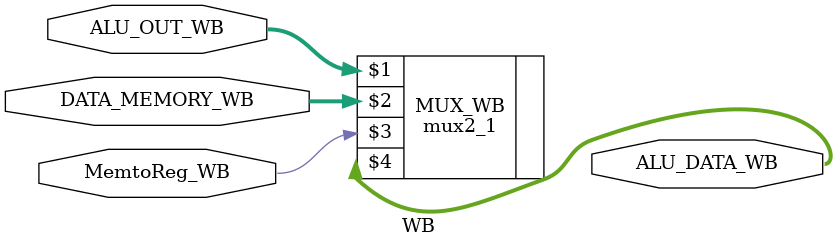
<source format=v>
`timescale 1ns / 1ps

module WB(
    input MemtoReg_WB,
    input [31:0] DATA_MEMORY_WB,
    input [31:0] ALU_OUT_WB,
    output [31:0] ALU_DATA_WB
    );
    
    mux2_1 MUX_WB(ALU_OUT_WB, DATA_MEMORY_WB, MemtoReg_WB, ALU_DATA_WB);
endmodule

</source>
